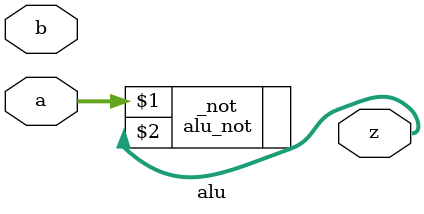
<source format=sv>
module alu #(parameter N = 4)(input logic [N-1:0] a, b, output logic [N-1:0] z);


alu_not _not(a, z);

endmodule

</source>
